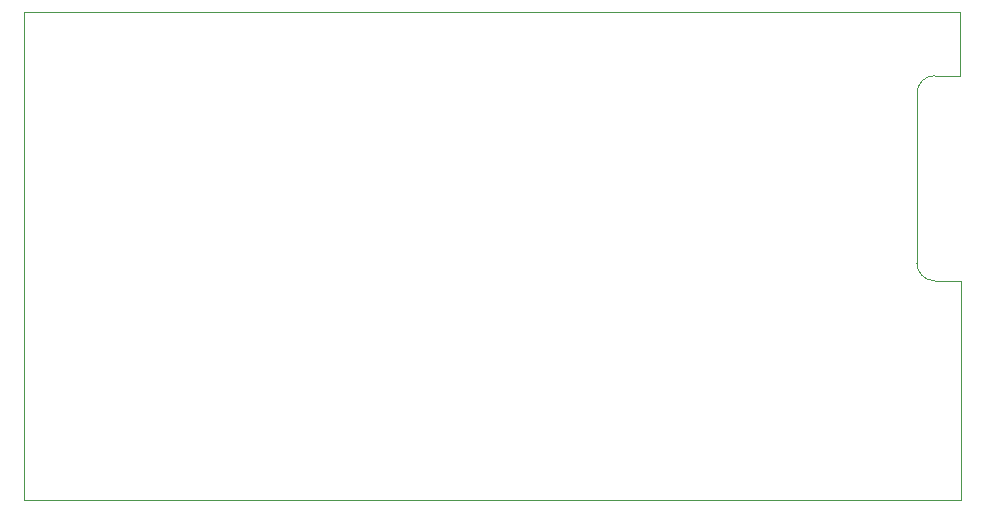
<source format=gm1>
G04 #@! TF.GenerationSoftware,KiCad,Pcbnew,9.0.6*
G04 #@! TF.CreationDate,2026-01-30T17:04:59+01:00*
G04 #@! TF.ProjectId,ESP32_PWM_PCB,45535033-325f-4505-974d-5f5043422e6b,1.0*
G04 #@! TF.SameCoordinates,Original*
G04 #@! TF.FileFunction,Profile,NP*
%FSLAX46Y46*%
G04 Gerber Fmt 4.6, Leading zero omitted, Abs format (unit mm)*
G04 Created by KiCad (PCBNEW 9.0.6) date 2026-01-30 17:04:59*
%MOMM*%
%LPD*%
G01*
G04 APERTURE LIST*
G04 #@! TA.AperFunction,Profile*
%ADD10C,0.050000*%
G04 #@! TD*
G04 APERTURE END LIST*
D10*
X187300000Y-126550000D02*
X107925000Y-126550000D01*
X187223400Y-90576400D02*
X187223400Y-85191600D01*
X185052004Y-90576400D02*
X187223400Y-90576400D01*
X185041497Y-107950000D02*
X187286900Y-107950000D01*
X185041497Y-107950000D02*
G75*
G02*
X183541500Y-106448904I3J1500000D01*
G01*
X183552004Y-92075303D02*
G75*
G02*
X185052004Y-90576404I1499996J-1097D01*
G01*
X107925000Y-126550000D02*
X107924600Y-85191600D01*
X187286900Y-107950000D02*
X187300000Y-126550000D01*
X183541497Y-106448904D02*
X183552004Y-92075303D01*
X187223400Y-85191600D02*
X107924600Y-85191600D01*
M02*

</source>
